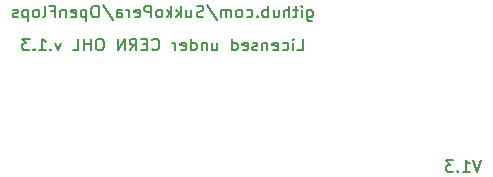
<source format=gbr>
G04 #@! TF.GenerationSoftware,KiCad,Pcbnew,(6.0.9)*
G04 #@! TF.CreationDate,2022-12-15T10:14:16-07:00*
G04 #@! TF.ProjectId,OpenFlops,4f70656e-466c-46f7-9073-2e6b69636164,1*
G04 #@! TF.SameCoordinates,PX6312cb0PY6bcb370*
G04 #@! TF.FileFunction,Legend,Bot*
G04 #@! TF.FilePolarity,Positive*
%FSLAX46Y46*%
G04 Gerber Fmt 4.6, Leading zero omitted, Abs format (unit mm)*
G04 Created by KiCad (PCBNEW (6.0.9)) date 2022-12-15 10:14:16*
%MOMM*%
%LPD*%
G01*
G04 APERTURE LIST*
%ADD10C,0.150000*%
G04 APERTURE END LIST*
D10*
X30176952Y9326620D02*
X30653142Y9326620D01*
X30653142Y10326620D01*
X29843619Y9326620D02*
X29843619Y9993286D01*
X29843619Y10326620D02*
X29891238Y10279000D01*
X29843619Y10231381D01*
X29796000Y10279000D01*
X29843619Y10326620D01*
X29843619Y10231381D01*
X28938857Y9374239D02*
X29034095Y9326620D01*
X29224571Y9326620D01*
X29319809Y9374239D01*
X29367428Y9421858D01*
X29415047Y9517096D01*
X29415047Y9802810D01*
X29367428Y9898048D01*
X29319809Y9945667D01*
X29224571Y9993286D01*
X29034095Y9993286D01*
X28938857Y9945667D01*
X28129333Y9374239D02*
X28224571Y9326620D01*
X28415047Y9326620D01*
X28510285Y9374239D01*
X28557904Y9469477D01*
X28557904Y9850429D01*
X28510285Y9945667D01*
X28415047Y9993286D01*
X28224571Y9993286D01*
X28129333Y9945667D01*
X28081714Y9850429D01*
X28081714Y9755191D01*
X28557904Y9659953D01*
X27653142Y9993286D02*
X27653142Y9326620D01*
X27653142Y9898048D02*
X27605523Y9945667D01*
X27510285Y9993286D01*
X27367428Y9993286D01*
X27272190Y9945667D01*
X27224571Y9850429D01*
X27224571Y9326620D01*
X26796000Y9374239D02*
X26700761Y9326620D01*
X26510285Y9326620D01*
X26415047Y9374239D01*
X26367428Y9469477D01*
X26367428Y9517096D01*
X26415047Y9612334D01*
X26510285Y9659953D01*
X26653142Y9659953D01*
X26748380Y9707572D01*
X26796000Y9802810D01*
X26796000Y9850429D01*
X26748380Y9945667D01*
X26653142Y9993286D01*
X26510285Y9993286D01*
X26415047Y9945667D01*
X25557904Y9374239D02*
X25653142Y9326620D01*
X25843619Y9326620D01*
X25938857Y9374239D01*
X25986476Y9469477D01*
X25986476Y9850429D01*
X25938857Y9945667D01*
X25843619Y9993286D01*
X25653142Y9993286D01*
X25557904Y9945667D01*
X25510285Y9850429D01*
X25510285Y9755191D01*
X25986476Y9659953D01*
X24653142Y9326620D02*
X24653142Y10326620D01*
X24653142Y9374239D02*
X24748380Y9326620D01*
X24938857Y9326620D01*
X25034095Y9374239D01*
X25081714Y9421858D01*
X25129333Y9517096D01*
X25129333Y9802810D01*
X25081714Y9898048D01*
X25034095Y9945667D01*
X24938857Y9993286D01*
X24748380Y9993286D01*
X24653142Y9945667D01*
X22986476Y9993286D02*
X22986476Y9326620D01*
X23415047Y9993286D02*
X23415047Y9469477D01*
X23367428Y9374239D01*
X23272190Y9326620D01*
X23129333Y9326620D01*
X23034095Y9374239D01*
X22986476Y9421858D01*
X22510285Y9993286D02*
X22510285Y9326620D01*
X22510285Y9898048D02*
X22462666Y9945667D01*
X22367428Y9993286D01*
X22224571Y9993286D01*
X22129333Y9945667D01*
X22081714Y9850429D01*
X22081714Y9326620D01*
X21176952Y9326620D02*
X21176952Y10326620D01*
X21176952Y9374239D02*
X21272190Y9326620D01*
X21462666Y9326620D01*
X21557904Y9374239D01*
X21605523Y9421858D01*
X21653142Y9517096D01*
X21653142Y9802810D01*
X21605523Y9898048D01*
X21557904Y9945667D01*
X21462666Y9993286D01*
X21272190Y9993286D01*
X21176952Y9945667D01*
X20319809Y9374239D02*
X20415047Y9326620D01*
X20605523Y9326620D01*
X20700761Y9374239D01*
X20748380Y9469477D01*
X20748380Y9850429D01*
X20700761Y9945667D01*
X20605523Y9993286D01*
X20415047Y9993286D01*
X20319809Y9945667D01*
X20272190Y9850429D01*
X20272190Y9755191D01*
X20748380Y9659953D01*
X19843619Y9326620D02*
X19843619Y9993286D01*
X19843619Y9802810D02*
X19796000Y9898048D01*
X19748380Y9945667D01*
X19653142Y9993286D01*
X19557904Y9993286D01*
X17891238Y9421858D02*
X17938857Y9374239D01*
X18081714Y9326620D01*
X18176952Y9326620D01*
X18319809Y9374239D01*
X18415047Y9469477D01*
X18462666Y9564715D01*
X18510285Y9755191D01*
X18510285Y9898048D01*
X18462666Y10088524D01*
X18415047Y10183762D01*
X18319809Y10279000D01*
X18176952Y10326620D01*
X18081714Y10326620D01*
X17938857Y10279000D01*
X17891238Y10231381D01*
X17462666Y9850429D02*
X17129333Y9850429D01*
X16986476Y9326620D02*
X17462666Y9326620D01*
X17462666Y10326620D01*
X16986476Y10326620D01*
X15986476Y9326620D02*
X16319809Y9802810D01*
X16557904Y9326620D02*
X16557904Y10326620D01*
X16176952Y10326620D01*
X16081714Y10279000D01*
X16034095Y10231381D01*
X15986476Y10136143D01*
X15986476Y9993286D01*
X16034095Y9898048D01*
X16081714Y9850429D01*
X16176952Y9802810D01*
X16557904Y9802810D01*
X15557904Y9326620D02*
X15557904Y10326620D01*
X14986476Y9326620D01*
X14986476Y10326620D01*
X13557904Y10326620D02*
X13367428Y10326620D01*
X13272190Y10279000D01*
X13176952Y10183762D01*
X13129333Y9993286D01*
X13129333Y9659953D01*
X13176952Y9469477D01*
X13272190Y9374239D01*
X13367428Y9326620D01*
X13557904Y9326620D01*
X13653142Y9374239D01*
X13748380Y9469477D01*
X13796000Y9659953D01*
X13796000Y9993286D01*
X13748380Y10183762D01*
X13653142Y10279000D01*
X13557904Y10326620D01*
X12700761Y9326620D02*
X12700761Y10326620D01*
X12700761Y9850429D02*
X12129333Y9850429D01*
X12129333Y9326620D02*
X12129333Y10326620D01*
X11176952Y9326620D02*
X11653142Y9326620D01*
X11653142Y10326620D01*
X10176952Y9993286D02*
X9938857Y9326620D01*
X9700761Y9993286D01*
X9319809Y9421858D02*
X9272190Y9374239D01*
X9319809Y9326620D01*
X9367428Y9374239D01*
X9319809Y9421858D01*
X9319809Y9326620D01*
X8319809Y9326620D02*
X8891238Y9326620D01*
X8605523Y9326620D02*
X8605523Y10326620D01*
X8700761Y10183762D01*
X8796000Y10088524D01*
X8891238Y10040905D01*
X7891238Y9421858D02*
X7843619Y9374239D01*
X7891238Y9326620D01*
X7938857Y9374239D01*
X7891238Y9421858D01*
X7891238Y9326620D01*
X7510285Y10326620D02*
X6891238Y10326620D01*
X7224571Y9945667D01*
X7081714Y9945667D01*
X6986476Y9898048D01*
X6938857Y9850429D01*
X6891238Y9755191D01*
X6891238Y9517096D01*
X6938857Y9421858D01*
X6986476Y9374239D01*
X7081714Y9326620D01*
X7367428Y9326620D01*
X7462666Y9374239D01*
X7510285Y9421858D01*
X31034095Y12787286D02*
X31034095Y11977762D01*
X31081714Y11882524D01*
X31129333Y11834905D01*
X31224571Y11787286D01*
X31367428Y11787286D01*
X31462666Y11834905D01*
X31034095Y12168239D02*
X31129333Y12120620D01*
X31319809Y12120620D01*
X31415047Y12168239D01*
X31462666Y12215858D01*
X31510285Y12311096D01*
X31510285Y12596810D01*
X31462666Y12692048D01*
X31415047Y12739667D01*
X31319809Y12787286D01*
X31129333Y12787286D01*
X31034095Y12739667D01*
X30557904Y12120620D02*
X30557904Y12787286D01*
X30557904Y13120620D02*
X30605523Y13073000D01*
X30557904Y13025381D01*
X30510285Y13073000D01*
X30557904Y13120620D01*
X30557904Y13025381D01*
X30224571Y12787286D02*
X29843619Y12787286D01*
X30081714Y13120620D02*
X30081714Y12263477D01*
X30034095Y12168239D01*
X29938857Y12120620D01*
X29843619Y12120620D01*
X29510285Y12120620D02*
X29510285Y13120620D01*
X29081714Y12120620D02*
X29081714Y12644429D01*
X29129333Y12739667D01*
X29224571Y12787286D01*
X29367428Y12787286D01*
X29462666Y12739667D01*
X29510285Y12692048D01*
X28176952Y12787286D02*
X28176952Y12120620D01*
X28605523Y12787286D02*
X28605523Y12263477D01*
X28557904Y12168239D01*
X28462666Y12120620D01*
X28319809Y12120620D01*
X28224571Y12168239D01*
X28176952Y12215858D01*
X27700761Y12120620D02*
X27700761Y13120620D01*
X27700761Y12739667D02*
X27605523Y12787286D01*
X27415047Y12787286D01*
X27319809Y12739667D01*
X27272190Y12692048D01*
X27224571Y12596810D01*
X27224571Y12311096D01*
X27272190Y12215858D01*
X27319809Y12168239D01*
X27415047Y12120620D01*
X27605523Y12120620D01*
X27700761Y12168239D01*
X26796000Y12215858D02*
X26748380Y12168239D01*
X26796000Y12120620D01*
X26843619Y12168239D01*
X26796000Y12215858D01*
X26796000Y12120620D01*
X25891238Y12168239D02*
X25986476Y12120620D01*
X26176952Y12120620D01*
X26272190Y12168239D01*
X26319809Y12215858D01*
X26367428Y12311096D01*
X26367428Y12596810D01*
X26319809Y12692048D01*
X26272190Y12739667D01*
X26176952Y12787286D01*
X25986476Y12787286D01*
X25891238Y12739667D01*
X25319809Y12120620D02*
X25415047Y12168239D01*
X25462666Y12215858D01*
X25510285Y12311096D01*
X25510285Y12596810D01*
X25462666Y12692048D01*
X25415047Y12739667D01*
X25319809Y12787286D01*
X25176952Y12787286D01*
X25081714Y12739667D01*
X25034095Y12692048D01*
X24986476Y12596810D01*
X24986476Y12311096D01*
X25034095Y12215858D01*
X25081714Y12168239D01*
X25176952Y12120620D01*
X25319809Y12120620D01*
X24557904Y12120620D02*
X24557904Y12787286D01*
X24557904Y12692048D02*
X24510285Y12739667D01*
X24415047Y12787286D01*
X24272190Y12787286D01*
X24176952Y12739667D01*
X24129333Y12644429D01*
X24129333Y12120620D01*
X24129333Y12644429D02*
X24081714Y12739667D01*
X23986476Y12787286D01*
X23843619Y12787286D01*
X23748380Y12739667D01*
X23700761Y12644429D01*
X23700761Y12120620D01*
X22510285Y13168239D02*
X23367428Y11882524D01*
X22224571Y12168239D02*
X22081714Y12120620D01*
X21843619Y12120620D01*
X21748380Y12168239D01*
X21700761Y12215858D01*
X21653142Y12311096D01*
X21653142Y12406334D01*
X21700761Y12501572D01*
X21748380Y12549191D01*
X21843619Y12596810D01*
X22034095Y12644429D01*
X22129333Y12692048D01*
X22176952Y12739667D01*
X22224571Y12834905D01*
X22224571Y12930143D01*
X22176952Y13025381D01*
X22129333Y13073000D01*
X22034095Y13120620D01*
X21796000Y13120620D01*
X21653142Y13073000D01*
X20796000Y12787286D02*
X20796000Y12120620D01*
X21224571Y12787286D02*
X21224571Y12263477D01*
X21176952Y12168239D01*
X21081714Y12120620D01*
X20938857Y12120620D01*
X20843619Y12168239D01*
X20796000Y12215858D01*
X20319809Y12120620D02*
X20319809Y13120620D01*
X20224571Y12501572D02*
X19938857Y12120620D01*
X19938857Y12787286D02*
X20319809Y12406334D01*
X19510285Y12120620D02*
X19510285Y13120620D01*
X19415047Y12501572D02*
X19129333Y12120620D01*
X19129333Y12787286D02*
X19510285Y12406334D01*
X18557904Y12120620D02*
X18653142Y12168239D01*
X18700761Y12215858D01*
X18748380Y12311096D01*
X18748380Y12596810D01*
X18700761Y12692048D01*
X18653142Y12739667D01*
X18557904Y12787286D01*
X18415047Y12787286D01*
X18319809Y12739667D01*
X18272190Y12692048D01*
X18224571Y12596810D01*
X18224571Y12311096D01*
X18272190Y12215858D01*
X18319809Y12168239D01*
X18415047Y12120620D01*
X18557904Y12120620D01*
X17796000Y12120620D02*
X17796000Y13120620D01*
X17415047Y13120620D01*
X17319809Y13073000D01*
X17272190Y13025381D01*
X17224571Y12930143D01*
X17224571Y12787286D01*
X17272190Y12692048D01*
X17319809Y12644429D01*
X17415047Y12596810D01*
X17796000Y12596810D01*
X16415047Y12168239D02*
X16510285Y12120620D01*
X16700761Y12120620D01*
X16796000Y12168239D01*
X16843619Y12263477D01*
X16843619Y12644429D01*
X16796000Y12739667D01*
X16700761Y12787286D01*
X16510285Y12787286D01*
X16415047Y12739667D01*
X16367428Y12644429D01*
X16367428Y12549191D01*
X16843619Y12453953D01*
X15938857Y12120620D02*
X15938857Y12787286D01*
X15938857Y12596810D02*
X15891238Y12692048D01*
X15843619Y12739667D01*
X15748380Y12787286D01*
X15653142Y12787286D01*
X14891238Y12120620D02*
X14891238Y12644429D01*
X14938857Y12739667D01*
X15034095Y12787286D01*
X15224571Y12787286D01*
X15319809Y12739667D01*
X14891238Y12168239D02*
X14986476Y12120620D01*
X15224571Y12120620D01*
X15319809Y12168239D01*
X15367428Y12263477D01*
X15367428Y12358715D01*
X15319809Y12453953D01*
X15224571Y12501572D01*
X14986476Y12501572D01*
X14891238Y12549191D01*
X13700761Y13168239D02*
X14557904Y11882524D01*
X13176952Y13120620D02*
X12986476Y13120620D01*
X12891238Y13073000D01*
X12796000Y12977762D01*
X12748380Y12787286D01*
X12748380Y12453953D01*
X12796000Y12263477D01*
X12891238Y12168239D01*
X12986476Y12120620D01*
X13176952Y12120620D01*
X13272190Y12168239D01*
X13367428Y12263477D01*
X13415047Y12453953D01*
X13415047Y12787286D01*
X13367428Y12977762D01*
X13272190Y13073000D01*
X13176952Y13120620D01*
X12319809Y12787286D02*
X12319809Y11787286D01*
X12319809Y12739667D02*
X12224571Y12787286D01*
X12034095Y12787286D01*
X11938857Y12739667D01*
X11891238Y12692048D01*
X11843619Y12596810D01*
X11843619Y12311096D01*
X11891238Y12215858D01*
X11938857Y12168239D01*
X12034095Y12120620D01*
X12224571Y12120620D01*
X12319809Y12168239D01*
X11034095Y12168239D02*
X11129333Y12120620D01*
X11319809Y12120620D01*
X11415047Y12168239D01*
X11462666Y12263477D01*
X11462666Y12644429D01*
X11415047Y12739667D01*
X11319809Y12787286D01*
X11129333Y12787286D01*
X11034095Y12739667D01*
X10986476Y12644429D01*
X10986476Y12549191D01*
X11462666Y12453953D01*
X10557904Y12787286D02*
X10557904Y12120620D01*
X10557904Y12692048D02*
X10510285Y12739667D01*
X10415047Y12787286D01*
X10272190Y12787286D01*
X10176952Y12739667D01*
X10129333Y12644429D01*
X10129333Y12120620D01*
X9319809Y12644429D02*
X9653142Y12644429D01*
X9653142Y12120620D02*
X9653142Y13120620D01*
X9176952Y13120620D01*
X8653142Y12120620D02*
X8748380Y12168239D01*
X8796000Y12263477D01*
X8796000Y13120620D01*
X8129333Y12120620D02*
X8224571Y12168239D01*
X8272190Y12215858D01*
X8319809Y12311096D01*
X8319809Y12596810D01*
X8272190Y12692048D01*
X8224571Y12739667D01*
X8129333Y12787286D01*
X7986476Y12787286D01*
X7891238Y12739667D01*
X7843619Y12692048D01*
X7796000Y12596810D01*
X7796000Y12311096D01*
X7843619Y12215858D01*
X7891238Y12168239D01*
X7986476Y12120620D01*
X8129333Y12120620D01*
X7367428Y12787286D02*
X7367428Y11787286D01*
X7367428Y12739667D02*
X7272190Y12787286D01*
X7081714Y12787286D01*
X6986476Y12739667D01*
X6938857Y12692048D01*
X6891238Y12596810D01*
X6891238Y12311096D01*
X6938857Y12215858D01*
X6986476Y12168239D01*
X7081714Y12120620D01*
X7272190Y12120620D01*
X7367428Y12168239D01*
X6510285Y12168239D02*
X6415047Y12120620D01*
X6224571Y12120620D01*
X6129333Y12168239D01*
X6081714Y12263477D01*
X6081714Y12311096D01*
X6129333Y12406334D01*
X6224571Y12453953D01*
X6367428Y12453953D01*
X6462666Y12501572D01*
X6510285Y12596810D01*
X6510285Y12644429D01*
X6462666Y12739667D01*
X6367428Y12787286D01*
X6224571Y12787286D01*
X6129333Y12739667D01*
X45719809Y39620D02*
X45386476Y-960380D01*
X45053142Y39620D01*
X44196000Y-960380D02*
X44767428Y-960380D01*
X44481714Y-960380D02*
X44481714Y39620D01*
X44576952Y-103238D01*
X44672190Y-198476D01*
X44767428Y-246095D01*
X43767428Y-865142D02*
X43719809Y-912761D01*
X43767428Y-960380D01*
X43815047Y-912761D01*
X43767428Y-865142D01*
X43767428Y-960380D01*
X43386476Y39620D02*
X42767428Y39620D01*
X43100761Y-341333D01*
X42957904Y-341333D01*
X42862666Y-388952D01*
X42815047Y-436571D01*
X42767428Y-531809D01*
X42767428Y-769904D01*
X42815047Y-865142D01*
X42862666Y-912761D01*
X42957904Y-960380D01*
X43243619Y-960380D01*
X43338857Y-912761D01*
X43386476Y-865142D01*
M02*

</source>
